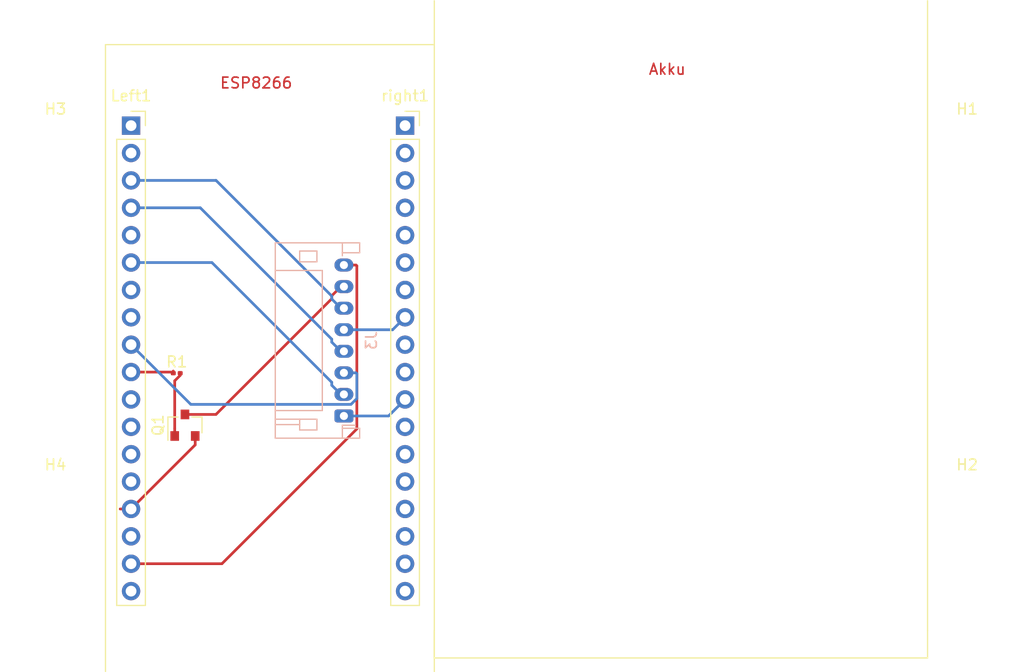
<source format=kicad_pcb>
(kicad_pcb (version 20171130) (host pcbnew "(5.1.5)-3")

  (general
    (thickness 1.6)
    (drawings 17)
    (tracks 47)
    (zones 0)
    (modules 9)
    (nets 39)
  )

  (page A4)
  (layers
    (0 F.Cu signal)
    (31 B.Cu signal)
    (32 B.Adhes user)
    (33 F.Adhes user)
    (34 B.Paste user)
    (35 F.Paste user)
    (36 B.SilkS user)
    (37 F.SilkS user)
    (38 B.Mask user)
    (39 F.Mask user)
    (40 Dwgs.User user)
    (41 Cmts.User user)
    (42 Eco1.User user)
    (43 Eco2.User user)
    (44 Edge.Cuts user)
    (45 Margin user)
    (46 B.CrtYd user)
    (47 F.CrtYd user)
    (48 B.Fab user)
    (49 F.Fab user)
  )

  (setup
    (last_trace_width 0.25)
    (trace_clearance 0.2)
    (zone_clearance 0.508)
    (zone_45_only no)
    (trace_min 0.2)
    (via_size 0.8)
    (via_drill 0.4)
    (via_min_size 0.4)
    (via_min_drill 0.3)
    (uvia_size 0.3)
    (uvia_drill 0.1)
    (uvias_allowed no)
    (uvia_min_size 0.2)
    (uvia_min_drill 0.1)
    (edge_width 0.05)
    (segment_width 0.2)
    (pcb_text_width 0.3)
    (pcb_text_size 1.5 1.5)
    (mod_edge_width 0.12)
    (mod_text_size 1 1)
    (mod_text_width 0.15)
    (pad_size 1.524 1.524)
    (pad_drill 0.762)
    (pad_to_mask_clearance 0.051)
    (solder_mask_min_width 0.25)
    (aux_axis_origin 0 0)
    (grid_origin 127 90.17)
    (visible_elements 7FFFFFFF)
    (pcbplotparams
      (layerselection 0x010fc_ffffffff)
      (usegerberextensions false)
      (usegerberattributes false)
      (usegerberadvancedattributes false)
      (creategerberjobfile false)
      (excludeedgelayer true)
      (linewidth 0.100000)
      (plotframeref false)
      (viasonmask false)
      (mode 1)
      (useauxorigin false)
      (hpglpennumber 1)
      (hpglpenspeed 20)
      (hpglpendiameter 15.000000)
      (psnegative false)
      (psa4output false)
      (plotreference true)
      (plotvalue true)
      (plotinvisibletext false)
      (padsonsilk false)
      (subtractmaskfromsilk false)
      (outputformat 1)
      (mirror false)
      (drillshape 1)
      (scaleselection 1)
      (outputdirectory ""))
  )

  (net 0 "")
  (net 1 "Net-(J3-Pad7)")
  (net 2 "Net-(Q1-Pad1)")
  (net 3 "Net-(J3-Pad1)")
  (net 4 "Net-(J3-Pad2)")
  (net 5 "Net-(J3-Pad3)")
  (net 6 "Net-(J3-Pad4)")
  (net 7 "Net-(J3-Pad5)")
  (net 8 "Net-(J3-Pad6)")
  (net 9 "Net-(J3-Pad8)")
  (net 10 "Net-(Left1-Pad18)")
  (net 11 "Net-(Left1-Pad16)")
  (net 12 "Net-(Left1-Pad15)")
  (net 13 "Net-(Left1-Pad14)")
  (net 14 "Net-(Left1-Pad13)")
  (net 15 "Net-(Left1-Pad12)")
  (net 16 "Net-(Left1-Pad11)")
  (net 17 "Net-(Left1-Pad10)")
  (net 18 "Net-(Left1-Pad8)")
  (net 19 "Net-(Left1-Pad7)")
  (net 20 "Net-(Left1-Pad5)")
  (net 21 "Net-(Left1-Pad2)")
  (net 22 "Net-(Left1-Pad1)")
  (net 23 "Net-(right1-Pad1)")
  (net 24 "Net-(right1-Pad2)")
  (net 25 "Net-(right1-Pad3)")
  (net 26 "Net-(right1-Pad4)")
  (net 27 "Net-(right1-Pad5)")
  (net 28 "Net-(right1-Pad6)")
  (net 29 "Net-(right1-Pad7)")
  (net 30 "Net-(right1-Pad9)")
  (net 31 "Net-(right1-Pad10)")
  (net 32 "Net-(right1-Pad12)")
  (net 33 "Net-(right1-Pad13)")
  (net 34 "Net-(right1-Pad14)")
  (net 35 "Net-(right1-Pad15)")
  (net 36 "Net-(right1-Pad16)")
  (net 37 "Net-(right1-Pad17)")
  (net 38 "Net-(right1-Pad18)")

  (net_class Default "This is the default net class."
    (clearance 0.2)
    (trace_width 0.25)
    (via_dia 0.8)
    (via_drill 0.4)
    (uvia_dia 0.3)
    (uvia_drill 0.1)
    (add_net "Net-(J3-Pad1)")
    (add_net "Net-(J3-Pad2)")
    (add_net "Net-(J3-Pad3)")
    (add_net "Net-(J3-Pad4)")
    (add_net "Net-(J3-Pad5)")
    (add_net "Net-(J3-Pad6)")
    (add_net "Net-(J3-Pad7)")
    (add_net "Net-(J3-Pad8)")
    (add_net "Net-(Left1-Pad1)")
    (add_net "Net-(Left1-Pad10)")
    (add_net "Net-(Left1-Pad11)")
    (add_net "Net-(Left1-Pad12)")
    (add_net "Net-(Left1-Pad13)")
    (add_net "Net-(Left1-Pad14)")
    (add_net "Net-(Left1-Pad15)")
    (add_net "Net-(Left1-Pad16)")
    (add_net "Net-(Left1-Pad18)")
    (add_net "Net-(Left1-Pad2)")
    (add_net "Net-(Left1-Pad5)")
    (add_net "Net-(Left1-Pad7)")
    (add_net "Net-(Left1-Pad8)")
    (add_net "Net-(Q1-Pad1)")
    (add_net "Net-(right1-Pad1)")
    (add_net "Net-(right1-Pad10)")
    (add_net "Net-(right1-Pad12)")
    (add_net "Net-(right1-Pad13)")
    (add_net "Net-(right1-Pad14)")
    (add_net "Net-(right1-Pad15)")
    (add_net "Net-(right1-Pad16)")
    (add_net "Net-(right1-Pad17)")
    (add_net "Net-(right1-Pad18)")
    (add_net "Net-(right1-Pad2)")
    (add_net "Net-(right1-Pad3)")
    (add_net "Net-(right1-Pad4)")
    (add_net "Net-(right1-Pad5)")
    (add_net "Net-(right1-Pad6)")
    (add_net "Net-(right1-Pad7)")
    (add_net "Net-(right1-Pad9)")
  )

  (module Package_TO_SOT_SMD:SOT-23 (layer F.Cu) (tedit 5A02FF57) (tstamp 5EA99244)
    (at 94.996 100.33 90)
    (descr "SOT-23, Standard")
    (tags SOT-23)
    (path /5E4393A1)
    (attr smd)
    (fp_text reference Q1 (at 0 -2.5 90) (layer F.SilkS)
      (effects (font (size 1 1) (thickness 0.15)))
    )
    (fp_text value 2N7002K (at 0 2.5 90) (layer F.Fab)
      (effects (font (size 1 1) (thickness 0.15)))
    )
    (fp_text user %R (at 0 0 180) (layer F.Fab)
      (effects (font (size 0.5 0.5) (thickness 0.075)))
    )
    (fp_line (start -0.7 -0.95) (end -0.7 1.5) (layer F.Fab) (width 0.1))
    (fp_line (start -0.15 -1.52) (end 0.7 -1.52) (layer F.Fab) (width 0.1))
    (fp_line (start -0.7 -0.95) (end -0.15 -1.52) (layer F.Fab) (width 0.1))
    (fp_line (start 0.7 -1.52) (end 0.7 1.52) (layer F.Fab) (width 0.1))
    (fp_line (start -0.7 1.52) (end 0.7 1.52) (layer F.Fab) (width 0.1))
    (fp_line (start 0.76 1.58) (end 0.76 0.65) (layer F.SilkS) (width 0.12))
    (fp_line (start 0.76 -1.58) (end 0.76 -0.65) (layer F.SilkS) (width 0.12))
    (fp_line (start -1.7 -1.75) (end 1.7 -1.75) (layer F.CrtYd) (width 0.05))
    (fp_line (start 1.7 -1.75) (end 1.7 1.75) (layer F.CrtYd) (width 0.05))
    (fp_line (start 1.7 1.75) (end -1.7 1.75) (layer F.CrtYd) (width 0.05))
    (fp_line (start -1.7 1.75) (end -1.7 -1.75) (layer F.CrtYd) (width 0.05))
    (fp_line (start 0.76 -1.58) (end -1.4 -1.58) (layer F.SilkS) (width 0.12))
    (fp_line (start 0.76 1.58) (end -0.7 1.58) (layer F.SilkS) (width 0.12))
    (pad 1 smd rect (at -1 -0.95 90) (size 0.9 0.8) (layers F.Cu F.Paste F.Mask)
      (net 2 "Net-(Q1-Pad1)"))
    (pad 2 smd rect (at -1 0.95 90) (size 0.9 0.8) (layers F.Cu F.Paste F.Mask)
      (net 12 "Net-(Left1-Pad15)"))
    (pad 3 smd rect (at 1 0 90) (size 0.9 0.8) (layers F.Cu F.Paste F.Mask)
      (net 1 "Net-(J3-Pad7)"))
    (model ${KISYS3DMOD}/Package_TO_SOT_SMD.3dshapes/SOT-23.wrl
      (at (xyz 0 0 0))
      (scale (xyz 1 1 1))
      (rotate (xyz 0 0 0))
    )
  )

  (module MountingHole:MountingHole_3mm (layer F.Cu) (tedit 56D1B4CB) (tstamp 5EA991BC)
    (at 167.5 75)
    (descr "Mounting Hole 3mm, no annular")
    (tags "mounting hole 3mm no annular")
    (path /5EA6E4AB)
    (attr virtual)
    (fp_text reference H1 (at 0 -4) (layer F.SilkS)
      (effects (font (size 1 1) (thickness 0.15)))
    )
    (fp_text value MountingHole (at 0 4) (layer F.Fab)
      (effects (font (size 1 1) (thickness 0.15)))
    )
    (fp_circle (center 0 0) (end 3.25 0) (layer F.CrtYd) (width 0.05))
    (fp_circle (center 0 0) (end 3 0) (layer Cmts.User) (width 0.15))
    (fp_text user %R (at 0.3 0) (layer F.Fab)
      (effects (font (size 1 1) (thickness 0.15)))
    )
    (pad 1 np_thru_hole circle (at 0 0) (size 3 3) (drill 3) (layers *.Cu *.Mask))
  )

  (module MountingHole:MountingHole_3mm (layer F.Cu) (tedit 56D1B4CB) (tstamp 5EA991C4)
    (at 167.5 108)
    (descr "Mounting Hole 3mm, no annular")
    (tags "mounting hole 3mm no annular")
    (path /5EA71128)
    (attr virtual)
    (fp_text reference H2 (at 0 -4) (layer F.SilkS)
      (effects (font (size 1 1) (thickness 0.15)))
    )
    (fp_text value MountingHole (at 0 4) (layer F.Fab)
      (effects (font (size 1 1) (thickness 0.15)))
    )
    (fp_circle (center 0 0) (end 3.25 0) (layer F.CrtYd) (width 0.05))
    (fp_circle (center 0 0) (end 3 0) (layer Cmts.User) (width 0.15))
    (fp_text user %R (at 0.3 0) (layer F.Fab)
      (effects (font (size 1 1) (thickness 0.15)))
    )
    (pad 1 np_thru_hole circle (at 0 0) (size 3 3) (drill 3) (layers *.Cu *.Mask))
  )

  (module MountingHole:MountingHole_3mm (layer F.Cu) (tedit 56D1B4CB) (tstamp 5EA991CC)
    (at 83 75)
    (descr "Mounting Hole 3mm, no annular")
    (tags "mounting hole 3mm no annular")
    (path /5EA71A35)
    (attr virtual)
    (fp_text reference H3 (at 0 -4) (layer F.SilkS)
      (effects (font (size 1 1) (thickness 0.15)))
    )
    (fp_text value MountingHole (at 0 4) (layer F.Fab)
      (effects (font (size 1 1) (thickness 0.15)))
    )
    (fp_text user %R (at 0.3 0) (layer F.Fab)
      (effects (font (size 1 1) (thickness 0.15)))
    )
    (fp_circle (center 0 0) (end 3 0) (layer Cmts.User) (width 0.15))
    (fp_circle (center 0 0) (end 3.25 0) (layer F.CrtYd) (width 0.05))
    (pad 1 np_thru_hole circle (at 0 0) (size 3 3) (drill 3) (layers *.Cu *.Mask))
  )

  (module MountingHole:MountingHole_3mm (layer F.Cu) (tedit 56D1B4CB) (tstamp 5EA991D4)
    (at 83 108)
    (descr "Mounting Hole 3mm, no annular")
    (tags "mounting hole 3mm no annular")
    (path /5EA70896)
    (attr virtual)
    (fp_text reference H4 (at 0 -4) (layer F.SilkS)
      (effects (font (size 1 1) (thickness 0.15)))
    )
    (fp_text value MountingHole (at 0 4) (layer F.Fab)
      (effects (font (size 1 1) (thickness 0.15)))
    )
    (fp_text user %R (at 0.3 0) (layer F.Fab)
      (effects (font (size 1 1) (thickness 0.15)))
    )
    (fp_circle (center 0 0) (end 3 0) (layer Cmts.User) (width 0.15))
    (fp_circle (center 0 0) (end 3.25 0) (layer F.CrtYd) (width 0.05))
    (pad 1 np_thru_hole circle (at 0 0) (size 3 3) (drill 3) (layers *.Cu *.Mask))
  )

  (module Connector_JST:JST_PH_S8B-PH-K_1x08_P2.00mm_Horizontal (layer B.Cu) (tedit 5B7745C6) (tstamp 5EA99209)
    (at 109.728 99.472 90)
    (descr "JST PH series connector, S8B-PH-K (http://www.jst-mfg.com/product/pdf/eng/ePH.pdf), generated with kicad-footprint-generator")
    (tags "connector JST PH top entry")
    (path /5E45F56D)
    (fp_text reference J3 (at 7 2.55 270) (layer B.SilkS)
      (effects (font (size 1 1) (thickness 0.15)) (justify mirror))
    )
    (fp_text value Conn_01x08 (at 7 -7.45 270) (layer B.Fab)
      (effects (font (size 1 1) (thickness 0.15)) (justify mirror))
    )
    (fp_line (start -0.86 -0.14) (end -1.14 -0.14) (layer B.SilkS) (width 0.12))
    (fp_line (start -1.14 -0.14) (end -1.14 1.46) (layer B.SilkS) (width 0.12))
    (fp_line (start -1.14 1.46) (end -2.06 1.46) (layer B.SilkS) (width 0.12))
    (fp_line (start -2.06 1.46) (end -2.06 -6.36) (layer B.SilkS) (width 0.12))
    (fp_line (start -2.06 -6.36) (end 16.06 -6.36) (layer B.SilkS) (width 0.12))
    (fp_line (start 16.06 -6.36) (end 16.06 1.46) (layer B.SilkS) (width 0.12))
    (fp_line (start 16.06 1.46) (end 15.14 1.46) (layer B.SilkS) (width 0.12))
    (fp_line (start 15.14 1.46) (end 15.14 -0.14) (layer B.SilkS) (width 0.12))
    (fp_line (start 15.14 -0.14) (end 14.86 -0.14) (layer B.SilkS) (width 0.12))
    (fp_line (start 0.5 -6.36) (end 0.5 -2) (layer B.SilkS) (width 0.12))
    (fp_line (start 0.5 -2) (end 13.5 -2) (layer B.SilkS) (width 0.12))
    (fp_line (start 13.5 -2) (end 13.5 -6.36) (layer B.SilkS) (width 0.12))
    (fp_line (start -2.06 -0.14) (end -1.14 -0.14) (layer B.SilkS) (width 0.12))
    (fp_line (start 16.06 -0.14) (end 15.14 -0.14) (layer B.SilkS) (width 0.12))
    (fp_line (start -1.3 -2.5) (end -1.3 -4.1) (layer B.SilkS) (width 0.12))
    (fp_line (start -1.3 -4.1) (end -0.3 -4.1) (layer B.SilkS) (width 0.12))
    (fp_line (start -0.3 -4.1) (end -0.3 -2.5) (layer B.SilkS) (width 0.12))
    (fp_line (start -0.3 -2.5) (end -1.3 -2.5) (layer B.SilkS) (width 0.12))
    (fp_line (start 15.3 -2.5) (end 15.3 -4.1) (layer B.SilkS) (width 0.12))
    (fp_line (start 15.3 -4.1) (end 14.3 -4.1) (layer B.SilkS) (width 0.12))
    (fp_line (start 14.3 -4.1) (end 14.3 -2.5) (layer B.SilkS) (width 0.12))
    (fp_line (start 14.3 -2.5) (end 15.3 -2.5) (layer B.SilkS) (width 0.12))
    (fp_line (start -0.3 -4.1) (end -0.3 -6.36) (layer B.SilkS) (width 0.12))
    (fp_line (start -0.8 -4.1) (end -0.8 -6.36) (layer B.SilkS) (width 0.12))
    (fp_line (start -2.45 1.85) (end -2.45 -6.75) (layer B.CrtYd) (width 0.05))
    (fp_line (start -2.45 -6.75) (end 16.45 -6.75) (layer B.CrtYd) (width 0.05))
    (fp_line (start 16.45 -6.75) (end 16.45 1.85) (layer B.CrtYd) (width 0.05))
    (fp_line (start 16.45 1.85) (end -2.45 1.85) (layer B.CrtYd) (width 0.05))
    (fp_line (start -1.25 -0.25) (end -1.25 1.35) (layer B.Fab) (width 0.1))
    (fp_line (start -1.25 1.35) (end -1.95 1.35) (layer B.Fab) (width 0.1))
    (fp_line (start -1.95 1.35) (end -1.95 -6.25) (layer B.Fab) (width 0.1))
    (fp_line (start -1.95 -6.25) (end 15.95 -6.25) (layer B.Fab) (width 0.1))
    (fp_line (start 15.95 -6.25) (end 15.95 1.35) (layer B.Fab) (width 0.1))
    (fp_line (start 15.95 1.35) (end 15.25 1.35) (layer B.Fab) (width 0.1))
    (fp_line (start 15.25 1.35) (end 15.25 -0.25) (layer B.Fab) (width 0.1))
    (fp_line (start 15.25 -0.25) (end -1.25 -0.25) (layer B.Fab) (width 0.1))
    (fp_line (start -0.86 -0.14) (end -0.86 1.075) (layer B.SilkS) (width 0.12))
    (fp_line (start 0 -0.875) (end -0.5 -1.375) (layer B.Fab) (width 0.1))
    (fp_line (start -0.5 -1.375) (end 0.5 -1.375) (layer B.Fab) (width 0.1))
    (fp_line (start 0.5 -1.375) (end 0 -0.875) (layer B.Fab) (width 0.1))
    (fp_text user %R (at 7 -2.5 270) (layer B.Fab)
      (effects (font (size 1 1) (thickness 0.15)) (justify mirror))
    )
    (pad 1 thru_hole roundrect (at 0 0 90) (size 1.2 1.75) (drill 0.75) (layers *.Cu *.Mask) (roundrect_rratio 0.208333)
      (net 3 "Net-(J3-Pad1)"))
    (pad 2 thru_hole oval (at 2 0 90) (size 1.2 1.75) (drill 0.75) (layers *.Cu *.Mask)
      (net 4 "Net-(J3-Pad2)"))
    (pad 3 thru_hole oval (at 4 0 90) (size 1.2 1.75) (drill 0.75) (layers *.Cu *.Mask)
      (net 5 "Net-(J3-Pad3)"))
    (pad 4 thru_hole oval (at 6 0 90) (size 1.2 1.75) (drill 0.75) (layers *.Cu *.Mask)
      (net 6 "Net-(J3-Pad4)"))
    (pad 5 thru_hole oval (at 8 0 90) (size 1.2 1.75) (drill 0.75) (layers *.Cu *.Mask)
      (net 7 "Net-(J3-Pad5)"))
    (pad 6 thru_hole oval (at 10 0 90) (size 1.2 1.75) (drill 0.75) (layers *.Cu *.Mask)
      (net 8 "Net-(J3-Pad6)"))
    (pad 7 thru_hole oval (at 12 0 90) (size 1.2 1.75) (drill 0.75) (layers *.Cu *.Mask)
      (net 1 "Net-(J3-Pad7)"))
    (pad 8 thru_hole oval (at 14 0 90) (size 1.2 1.75) (drill 0.75) (layers *.Cu *.Mask)
      (net 9 "Net-(J3-Pad8)"))
    (model ${KISYS3DMOD}/Connector_JST.3dshapes/JST_PH_S8B-PH-K_1x08_P2.00mm_Horizontal.wrl
      (at (xyz 0 0 0))
      (scale (xyz 1 1 1))
      (rotate (xyz 0 0 0))
    )
  )

  (module Connector_PinSocket_2.54mm:PinSocket_1x18_P2.54mm_Vertical (layer F.Cu) (tedit 5A19A434) (tstamp 5EA9922F)
    (at 90 72.54)
    (descr "Through hole straight socket strip, 1x18, 2.54mm pitch, single row (from Kicad 4.0.7), script generated")
    (tags "Through hole socket strip THT 1x18 2.54mm single row")
    (path /5E5313C0)
    (fp_text reference Left1 (at 0 -2.77) (layer F.SilkS)
      (effects (font (size 1 1) (thickness 0.15)))
    )
    (fp_text value Conn_01x18_Female (at 0 45.95) (layer F.Fab)
      (effects (font (size 1 1) (thickness 0.15)))
    )
    (fp_line (start -1.27 -1.27) (end 0.635 -1.27) (layer F.Fab) (width 0.1))
    (fp_line (start 0.635 -1.27) (end 1.27 -0.635) (layer F.Fab) (width 0.1))
    (fp_line (start 1.27 -0.635) (end 1.27 44.45) (layer F.Fab) (width 0.1))
    (fp_line (start 1.27 44.45) (end -1.27 44.45) (layer F.Fab) (width 0.1))
    (fp_line (start -1.27 44.45) (end -1.27 -1.27) (layer F.Fab) (width 0.1))
    (fp_line (start -1.33 1.27) (end 1.33 1.27) (layer F.SilkS) (width 0.12))
    (fp_line (start -1.33 1.27) (end -1.33 44.51) (layer F.SilkS) (width 0.12))
    (fp_line (start -1.33 44.51) (end 1.33 44.51) (layer F.SilkS) (width 0.12))
    (fp_line (start 1.33 1.27) (end 1.33 44.51) (layer F.SilkS) (width 0.12))
    (fp_line (start 1.33 -1.33) (end 1.33 0) (layer F.SilkS) (width 0.12))
    (fp_line (start 0 -1.33) (end 1.33 -1.33) (layer F.SilkS) (width 0.12))
    (fp_line (start -1.8 -1.8) (end 1.75 -1.8) (layer F.CrtYd) (width 0.05))
    (fp_line (start 1.75 -1.8) (end 1.75 44.95) (layer F.CrtYd) (width 0.05))
    (fp_line (start 1.75 44.95) (end -1.8 44.95) (layer F.CrtYd) (width 0.05))
    (fp_line (start -1.8 44.95) (end -1.8 -1.8) (layer F.CrtYd) (width 0.05))
    (fp_text user %R (at 0 21.59 90) (layer F.Fab)
      (effects (font (size 1 1) (thickness 0.15)))
    )
    (pad 1 thru_hole rect (at 0 0) (size 1.7 1.7) (drill 1) (layers *.Cu *.Mask)
      (net 22 "Net-(Left1-Pad1)"))
    (pad 2 thru_hole oval (at 0 2.54) (size 1.7 1.7) (drill 1) (layers *.Cu *.Mask)
      (net 21 "Net-(Left1-Pad2)"))
    (pad 3 thru_hole oval (at 0 5.08) (size 1.7 1.7) (drill 1) (layers *.Cu *.Mask)
      (net 8 "Net-(J3-Pad6)"))
    (pad 4 thru_hole oval (at 0 7.62) (size 1.7 1.7) (drill 1) (layers *.Cu *.Mask)
      (net 6 "Net-(J3-Pad4)"))
    (pad 5 thru_hole oval (at 0 10.16) (size 1.7 1.7) (drill 1) (layers *.Cu *.Mask)
      (net 20 "Net-(Left1-Pad5)"))
    (pad 6 thru_hole oval (at 0 12.7) (size 1.7 1.7) (drill 1) (layers *.Cu *.Mask)
      (net 4 "Net-(J3-Pad2)"))
    (pad 7 thru_hole oval (at 0 15.24) (size 1.7 1.7) (drill 1) (layers *.Cu *.Mask)
      (net 19 "Net-(Left1-Pad7)"))
    (pad 8 thru_hole oval (at 0 17.78) (size 1.7 1.7) (drill 1) (layers *.Cu *.Mask)
      (net 18 "Net-(Left1-Pad8)"))
    (pad 9 thru_hole oval (at 0 20.32) (size 1.7 1.7) (drill 1) (layers *.Cu *.Mask)
      (net 5 "Net-(J3-Pad3)"))
    (pad 10 thru_hole oval (at 0 22.86) (size 1.7 1.7) (drill 1) (layers *.Cu *.Mask)
      (net 17 "Net-(Left1-Pad10)"))
    (pad 11 thru_hole oval (at 0 25.4) (size 1.7 1.7) (drill 1) (layers *.Cu *.Mask)
      (net 16 "Net-(Left1-Pad11)"))
    (pad 12 thru_hole oval (at 0 27.94) (size 1.7 1.7) (drill 1) (layers *.Cu *.Mask)
      (net 15 "Net-(Left1-Pad12)"))
    (pad 13 thru_hole oval (at 0 30.48) (size 1.7 1.7) (drill 1) (layers *.Cu *.Mask)
      (net 14 "Net-(Left1-Pad13)"))
    (pad 14 thru_hole oval (at 0 33.02) (size 1.7 1.7) (drill 1) (layers *.Cu *.Mask)
      (net 13 "Net-(Left1-Pad14)"))
    (pad 15 thru_hole oval (at 0 35.56) (size 1.7 1.7) (drill 1) (layers *.Cu *.Mask)
      (net 12 "Net-(Left1-Pad15)"))
    (pad 16 thru_hole oval (at 0 38.1) (size 1.7 1.7) (drill 1) (layers *.Cu *.Mask)
      (net 11 "Net-(Left1-Pad16)"))
    (pad 17 thru_hole oval (at 0 40.64) (size 1.7 1.7) (drill 1) (layers *.Cu *.Mask)
      (net 9 "Net-(J3-Pad8)"))
    (pad 18 thru_hole oval (at 0 43.18) (size 1.7 1.7) (drill 1) (layers *.Cu *.Mask)
      (net 10 "Net-(Left1-Pad18)"))
    (model ${KISYS3DMOD}/Connector_PinSocket_2.54mm.3dshapes/PinSocket_1x18_P2.54mm_Vertical.wrl
      (at (xyz 0 0 0))
      (scale (xyz 1 1 1))
      (rotate (xyz 0 0 0))
    )
  )

  (module Resistor_SMD:R_0201_0603Metric (layer F.Cu) (tedit 5B301BBD) (tstamp 5EA99255)
    (at 94.234 95.504)
    (descr "Resistor SMD 0201 (0603 Metric), square (rectangular) end terminal, IPC_7351 nominal, (Body size source: https://www.vishay.com/docs/20052/crcw0201e3.pdf), generated with kicad-footprint-generator")
    (tags resistor)
    (path /5EA9AC1D)
    (attr smd)
    (fp_text reference R1 (at 0 -1.05) (layer F.SilkS)
      (effects (font (size 1 1) (thickness 0.15)))
    )
    (fp_text value R (at 0 1.05) (layer F.Fab)
      (effects (font (size 1 1) (thickness 0.15)))
    )
    (fp_line (start -0.3 0.15) (end -0.3 -0.15) (layer F.Fab) (width 0.1))
    (fp_line (start -0.3 -0.15) (end 0.3 -0.15) (layer F.Fab) (width 0.1))
    (fp_line (start 0.3 -0.15) (end 0.3 0.15) (layer F.Fab) (width 0.1))
    (fp_line (start 0.3 0.15) (end -0.3 0.15) (layer F.Fab) (width 0.1))
    (fp_line (start -0.7 0.35) (end -0.7 -0.35) (layer F.CrtYd) (width 0.05))
    (fp_line (start -0.7 -0.35) (end 0.7 -0.35) (layer F.CrtYd) (width 0.05))
    (fp_line (start 0.7 -0.35) (end 0.7 0.35) (layer F.CrtYd) (width 0.05))
    (fp_line (start 0.7 0.35) (end -0.7 0.35) (layer F.CrtYd) (width 0.05))
    (fp_text user %R (at 0 -0.68) (layer F.Fab)
      (effects (font (size 0.25 0.25) (thickness 0.04)))
    )
    (pad "" smd roundrect (at -0.345 0) (size 0.318 0.36) (layers F.Paste) (roundrect_rratio 0.25))
    (pad "" smd roundrect (at 0.345 0) (size 0.318 0.36) (layers F.Paste) (roundrect_rratio 0.25))
    (pad 1 smd roundrect (at -0.32 0) (size 0.46 0.4) (layers F.Cu F.Mask) (roundrect_rratio 0.25)
      (net 17 "Net-(Left1-Pad10)"))
    (pad 2 smd roundrect (at 0.32 0) (size 0.46 0.4) (layers F.Cu F.Mask) (roundrect_rratio 0.25)
      (net 2 "Net-(Q1-Pad1)"))
    (model ${KISYS3DMOD}/Resistor_SMD.3dshapes/R_0201_0603Metric.wrl
      (at (xyz 0 0 0))
      (scale (xyz 1 1 1))
      (rotate (xyz 0 0 0))
    )
  )

  (module Connector_PinSocket_2.54mm:PinSocket_1x18_P2.54mm_Vertical (layer F.Cu) (tedit 5A19A434) (tstamp 5EA9927B)
    (at 115.4 72.54)
    (descr "Through hole straight socket strip, 1x18, 2.54mm pitch, single row (from Kicad 4.0.7), script generated")
    (tags "Through hole socket strip THT 1x18 2.54mm single row")
    (path /5E42C3F6)
    (fp_text reference right1 (at 0 -2.77) (layer F.SilkS)
      (effects (font (size 1 1) (thickness 0.15)))
    )
    (fp_text value Conn_01x18_Female (at 0 45.95) (layer F.Fab)
      (effects (font (size 1 1) (thickness 0.15)))
    )
    (fp_text user %R (at 0 21.59 90) (layer F.Fab)
      (effects (font (size 1 1) (thickness 0.15)))
    )
    (fp_line (start -1.8 44.95) (end -1.8 -1.8) (layer F.CrtYd) (width 0.05))
    (fp_line (start 1.75 44.95) (end -1.8 44.95) (layer F.CrtYd) (width 0.05))
    (fp_line (start 1.75 -1.8) (end 1.75 44.95) (layer F.CrtYd) (width 0.05))
    (fp_line (start -1.8 -1.8) (end 1.75 -1.8) (layer F.CrtYd) (width 0.05))
    (fp_line (start 0 -1.33) (end 1.33 -1.33) (layer F.SilkS) (width 0.12))
    (fp_line (start 1.33 -1.33) (end 1.33 0) (layer F.SilkS) (width 0.12))
    (fp_line (start 1.33 1.27) (end 1.33 44.51) (layer F.SilkS) (width 0.12))
    (fp_line (start -1.33 44.51) (end 1.33 44.51) (layer F.SilkS) (width 0.12))
    (fp_line (start -1.33 1.27) (end -1.33 44.51) (layer F.SilkS) (width 0.12))
    (fp_line (start -1.33 1.27) (end 1.33 1.27) (layer F.SilkS) (width 0.12))
    (fp_line (start -1.27 44.45) (end -1.27 -1.27) (layer F.Fab) (width 0.1))
    (fp_line (start 1.27 44.45) (end -1.27 44.45) (layer F.Fab) (width 0.1))
    (fp_line (start 1.27 -0.635) (end 1.27 44.45) (layer F.Fab) (width 0.1))
    (fp_line (start 0.635 -1.27) (end 1.27 -0.635) (layer F.Fab) (width 0.1))
    (fp_line (start -1.27 -1.27) (end 0.635 -1.27) (layer F.Fab) (width 0.1))
    (pad 18 thru_hole oval (at 0 43.18) (size 1.7 1.7) (drill 1) (layers *.Cu *.Mask)
      (net 38 "Net-(right1-Pad18)"))
    (pad 17 thru_hole oval (at 0 40.64) (size 1.7 1.7) (drill 1) (layers *.Cu *.Mask)
      (net 37 "Net-(right1-Pad17)"))
    (pad 16 thru_hole oval (at 0 38.1) (size 1.7 1.7) (drill 1) (layers *.Cu *.Mask)
      (net 36 "Net-(right1-Pad16)"))
    (pad 15 thru_hole oval (at 0 35.56) (size 1.7 1.7) (drill 1) (layers *.Cu *.Mask)
      (net 35 "Net-(right1-Pad15)"))
    (pad 14 thru_hole oval (at 0 33.02) (size 1.7 1.7) (drill 1) (layers *.Cu *.Mask)
      (net 34 "Net-(right1-Pad14)"))
    (pad 13 thru_hole oval (at 0 30.48) (size 1.7 1.7) (drill 1) (layers *.Cu *.Mask)
      (net 33 "Net-(right1-Pad13)"))
    (pad 12 thru_hole oval (at 0 27.94) (size 1.7 1.7) (drill 1) (layers *.Cu *.Mask)
      (net 32 "Net-(right1-Pad12)"))
    (pad 11 thru_hole oval (at 0 25.4) (size 1.7 1.7) (drill 1) (layers *.Cu *.Mask)
      (net 3 "Net-(J3-Pad1)"))
    (pad 10 thru_hole oval (at 0 22.86) (size 1.7 1.7) (drill 1) (layers *.Cu *.Mask)
      (net 31 "Net-(right1-Pad10)"))
    (pad 9 thru_hole oval (at 0 20.32) (size 1.7 1.7) (drill 1) (layers *.Cu *.Mask)
      (net 30 "Net-(right1-Pad9)"))
    (pad 8 thru_hole oval (at 0 17.78) (size 1.7 1.7) (drill 1) (layers *.Cu *.Mask)
      (net 7 "Net-(J3-Pad5)"))
    (pad 7 thru_hole oval (at 0 15.24) (size 1.7 1.7) (drill 1) (layers *.Cu *.Mask)
      (net 29 "Net-(right1-Pad7)"))
    (pad 6 thru_hole oval (at 0 12.7) (size 1.7 1.7) (drill 1) (layers *.Cu *.Mask)
      (net 28 "Net-(right1-Pad6)"))
    (pad 5 thru_hole oval (at 0 10.16) (size 1.7 1.7) (drill 1) (layers *.Cu *.Mask)
      (net 27 "Net-(right1-Pad5)"))
    (pad 4 thru_hole oval (at 0 7.62) (size 1.7 1.7) (drill 1) (layers *.Cu *.Mask)
      (net 26 "Net-(right1-Pad4)"))
    (pad 3 thru_hole oval (at 0 5.08) (size 1.7 1.7) (drill 1) (layers *.Cu *.Mask)
      (net 25 "Net-(right1-Pad3)"))
    (pad 2 thru_hole oval (at 0 2.54) (size 1.7 1.7) (drill 1) (layers *.Cu *.Mask)
      (net 24 "Net-(right1-Pad2)"))
    (pad 1 thru_hole rect (at 0 0) (size 1.7 1.7) (drill 1) (layers *.Cu *.Mask)
      (net 23 "Net-(right1-Pad1)"))
    (model ${KISYS3DMOD}/Connector_PinSocket_2.54mm.3dshapes/PinSocket_1x18_P2.54mm_Vertical.wrl
      (at (xyz 0 0 0))
      (scale (xyz 1 1 1))
      (rotate (xyz 0 0 0))
    )
  )

  (gr_line (start 77.978 79.248) (end 77.978 60.96) (layer Margin) (width 0.15) (tstamp 5ED667DD))
  (gr_line (start 86.614 79.502) (end 77.978 79.248) (layer Margin) (width 0.15))
  (gr_line (start 86.614 103.378) (end 86.614 79.502) (layer Margin) (width 0.15))
  (gr_line (start 77.978 103.378) (end 86.614 103.378) (layer Margin) (width 0.15))
  (gr_line (start 77.978 123.19) (end 77.978 103.378) (layer Margin) (width 0.15))
  (gr_line (start 87.63 65.024) (end 118.11 65.024) (layer F.SilkS) (width 0.12))
  (gr_line (start 163.83 121.92) (end 163.83 119.38) (layer F.SilkS) (width 0.12) (tstamp 5EA9A819))
  (gr_line (start 118.11 119.38) (end 118.11 121.92) (layer F.SilkS) (width 0.12) (tstamp 5EA9A818))
  (gr_line (start 77.978 123.19) (end 172.72 123.19) (layer Margin) (width 0.15) (tstamp 5EA9A758))
  (gr_line (start 172.72 60.96) (end 77.978 60.96) (layer Margin) (width 0.15) (tstamp 5EA9A757))
  (gr_line (start 172.72 60.96) (end 172.72 123.19) (layer Margin) (width 0.15))
  (gr_text Akku (at 139.7 67.31) (layer F.Cu)
    (effects (font (size 1 1) (thickness 0.15)))
  )
  (gr_line (start 163.83 121.92) (end 118.11 121.92) (layer F.SilkS) (width 0.12) (tstamp 5EA9A2AF))
  (gr_line (start 163.83 60.96) (end 163.83 119.38) (layer F.SilkS) (width 0.12))
  (gr_text ESP8266 (at 101.6 68.58) (layer F.Cu)
    (effects (font (size 1 1) (thickness 0.15)))
  )
  (gr_line (start 118.11 123.19) (end 118.11 60.96) (layer F.SilkS) (width 0.12))
  (gr_line (start 87.63 65.024) (end 87.63 123.19) (layer F.SilkS) (width 0.12))

  (segment (start 109.453 87.472) (end 109.728 87.472) (width 0.25) (layer F.Cu) (net 1))
  (segment (start 108.603 88.322) (end 109.453 87.472) (width 0.25) (layer F.Cu) (net 1))
  (segment (start 108.603 88.597) (end 108.603 88.322) (width 0.25) (layer F.Cu) (net 1))
  (segment (start 97.87 99.33) (end 108.603 88.597) (width 0.25) (layer F.Cu) (net 1))
  (segment (start 94.996 99.33) (end 97.87 99.33) (width 0.25) (layer F.Cu) (net 1))
  (segment (start 93.914 101.198) (end 94.046 101.33) (width 0.25) (layer F.Cu) (net 2))
  (segment (start 94.046 100.63) (end 94.046 101.33) (width 0.25) (layer F.Cu) (net 2))
  (segment (start 94.046 96.212) (end 94.046 100.63) (width 0.25) (layer F.Cu) (net 2))
  (segment (start 94.554 95.704) (end 94.046 96.212) (width 0.25) (layer F.Cu) (net 2))
  (segment (start 94.554 95.504) (end 94.554 95.704) (width 0.25) (layer F.Cu) (net 2))
  (segment (start 113.868 99.472) (end 115.4 97.94) (width 0.25) (layer B.Cu) (net 3))
  (segment (start 109.728 99.472) (end 113.868 99.472) (width 0.25) (layer B.Cu) (net 3))
  (segment (start 109.453 97.472) (end 109.728 97.472) (width 0.25) (layer B.Cu) (net 4))
  (segment (start 108.603 96.347) (end 108.603 96.622) (width 0.25) (layer B.Cu) (net 4))
  (segment (start 97.496 85.24) (end 108.603 96.347) (width 0.25) (layer B.Cu) (net 4))
  (segment (start 108.603 96.622) (end 109.453 97.472) (width 0.25) (layer B.Cu) (net 4))
  (segment (start 90 85.24) (end 97.496 85.24) (width 0.25) (layer B.Cu) (net 4))
  (segment (start 89.96 92.9) (end 90 92.86) (width 0.25) (layer F.Cu) (net 5))
  (segment (start 110.853 95.472) (end 109.728 95.472) (width 0.25) (layer B.Cu) (net 5))
  (segment (start 110.92801 97.855151) (end 110.92801 95.54701) (width 0.25) (layer B.Cu) (net 5))
  (segment (start 110.386151 98.39701) (end 110.92801 97.855151) (width 0.25) (layer B.Cu) (net 5))
  (segment (start 95.53701 98.39701) (end 110.386151 98.39701) (width 0.25) (layer B.Cu) (net 5))
  (segment (start 110.92801 95.54701) (end 110.853 95.472) (width 0.25) (layer B.Cu) (net 5))
  (segment (start 90 92.86) (end 95.53701 98.39701) (width 0.25) (layer B.Cu) (net 5))
  (segment (start 109.453 93.472) (end 109.728 93.472) (width 0.25) (layer B.Cu) (net 6))
  (segment (start 108.603 92.622) (end 109.453 93.472) (width 0.25) (layer B.Cu) (net 6))
  (segment (start 108.603 92.347) (end 108.603 92.622) (width 0.25) (layer B.Cu) (net 6))
  (segment (start 96.416 80.16) (end 108.603 92.347) (width 0.25) (layer B.Cu) (net 6))
  (segment (start 90 80.16) (end 96.416 80.16) (width 0.25) (layer B.Cu) (net 6))
  (segment (start 114.248 91.472) (end 115.4 90.32) (width 0.25) (layer B.Cu) (net 7))
  (segment (start 109.728 91.472) (end 114.248 91.472) (width 0.25) (layer B.Cu) (net 7))
  (segment (start 109.453 89.472) (end 109.728 89.472) (width 0.25) (layer B.Cu) (net 8))
  (segment (start 108.603 88.622) (end 109.453 89.472) (width 0.25) (layer B.Cu) (net 8))
  (segment (start 108.603 88.347) (end 108.603 88.622) (width 0.25) (layer B.Cu) (net 8))
  (segment (start 97.876 77.62) (end 108.603 88.347) (width 0.25) (layer B.Cu) (net 8))
  (segment (start 90 77.62) (end 97.876 77.62) (width 0.25) (layer B.Cu) (net 8))
  (segment (start 110.853 85.472) (end 109.728 85.472) (width 0.25) (layer F.Cu) (net 9))
  (segment (start 110.92801 100.672988) (end 110.92801 85.54701) (width 0.25) (layer F.Cu) (net 9))
  (segment (start 110.92801 85.54701) (end 110.853 85.472) (width 0.25) (layer F.Cu) (net 9))
  (segment (start 98.420998 113.18) (end 110.92801 100.672988) (width 0.25) (layer F.Cu) (net 9))
  (segment (start 90 113.18) (end 98.420998 113.18) (width 0.25) (layer F.Cu) (net 9))
  (segment (start 88.99 108.1) (end 90 108.1) (width 0.25) (layer F.Cu) (net 12))
  (segment (start 95.946 102.154) (end 90 108.1) (width 0.25) (layer F.Cu) (net 12))
  (segment (start 95.946 101.33) (end 95.946 102.154) (width 0.25) (layer F.Cu) (net 12))
  (segment (start 93.914 95.504) (end 93.914 95.304) (width 0.25) (layer F.Cu) (net 17))
  (segment (start 93.81 95.4) (end 93.914 95.504) (width 0.25) (layer F.Cu) (net 17))
  (segment (start 90 95.4) (end 93.81 95.4) (width 0.25) (layer F.Cu) (net 17))

)

</source>
